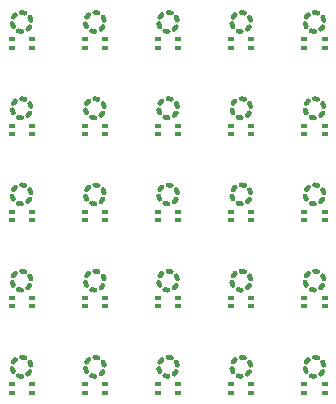
<source format=gtp>
G04 #@! TF.GenerationSoftware,KiCad,Pcbnew,5.0.2-bee76a0~70~ubuntu18.04.1*
G04 #@! TF.CreationDate,2018-12-05T20:22:07+01:00*
G04 #@! TF.ProjectId,noname,6e6f6e61-6d65-42e6-9b69-6361645f7063,rev?*
G04 #@! TF.SameCoordinates,Original*
G04 #@! TF.FileFunction,Paste,Top*
G04 #@! TF.FilePolarity,Positive*
%FSLAX46Y46*%
G04 Gerber Fmt 4.6, Leading zero omitted, Abs format (unit mm)*
G04 Created by KiCad (PCBNEW 5.0.2-bee76a0~70~ubuntu18.04.1) date Wed 05 Dec 2018 20:22:07 CET*
%MOMM*%
%LPD*%
G01*
G04 APERTURE LIST*
%ADD10C,0.450000*%
%ADD11R,0.597600X0.297600*%
G04 APERTURE END LIST*
D10*
G04 #@! TO.C,U2*
X136624674Y-122576453D02*
G75*
G03X136900000Y-122625000I275326J756453D01*
G01*
X137417444Y-122436666D02*
G75*
G03X137597150Y-122222500I-517444J616666D01*
G01*
X137692770Y-121680213D02*
G75*
G03X137597150Y-121417500I-792770J-139787D01*
G01*
X137175326Y-121063547D02*
G75*
G03X136900000Y-121015000I-275326J-756453D01*
G01*
X136382556Y-121203334D02*
G75*
G03X136202850Y-121417500I517444J-616666D01*
G01*
X136107230Y-121959787D02*
G75*
G03X136202850Y-122222500I792770J139787D01*
G01*
X130424674Y-122576453D02*
G75*
G03X130700000Y-122625000I275326J756453D01*
G01*
X131217444Y-122436666D02*
G75*
G03X131397150Y-122222500I-517444J616666D01*
G01*
X131492770Y-121680213D02*
G75*
G03X131397150Y-121417500I-792770J-139787D01*
G01*
X130975326Y-121063547D02*
G75*
G03X130700000Y-121015000I-275326J-756453D01*
G01*
X130182556Y-121203334D02*
G75*
G03X130002850Y-121417500I517444J-616666D01*
G01*
X129907230Y-121959787D02*
G75*
G03X130002850Y-122222500I792770J139787D01*
G01*
X124224674Y-122576453D02*
G75*
G03X124500000Y-122625000I275326J756453D01*
G01*
X125017444Y-122436666D02*
G75*
G03X125197150Y-122222500I-517444J616666D01*
G01*
X125292770Y-121680213D02*
G75*
G03X125197150Y-121417500I-792770J-139787D01*
G01*
X124775326Y-121063547D02*
G75*
G03X124500000Y-121015000I-275326J-756453D01*
G01*
X123982556Y-121203334D02*
G75*
G03X123802850Y-121417500I517444J-616666D01*
G01*
X123707230Y-121959787D02*
G75*
G03X123802850Y-122222500I792770J139787D01*
G01*
X118024674Y-122576453D02*
G75*
G03X118300000Y-122625000I275326J756453D01*
G01*
X118817444Y-122436666D02*
G75*
G03X118997150Y-122222500I-517444J616666D01*
G01*
X119092770Y-121680213D02*
G75*
G03X118997150Y-121417500I-792770J-139787D01*
G01*
X118575326Y-121063547D02*
G75*
G03X118300000Y-121015000I-275326J-756453D01*
G01*
X117782556Y-121203334D02*
G75*
G03X117602850Y-121417500I517444J-616666D01*
G01*
X117507230Y-121959787D02*
G75*
G03X117602850Y-122222500I792770J139787D01*
G01*
X111307230Y-121959787D02*
G75*
G03X111402850Y-122222500I792770J139787D01*
G01*
X111582556Y-121203334D02*
G75*
G03X111402850Y-121417500I517444J-616666D01*
G01*
X112375326Y-121063547D02*
G75*
G03X112100000Y-121015000I-275326J-756453D01*
G01*
X112892770Y-121680213D02*
G75*
G03X112797150Y-121417500I-792770J-139787D01*
G01*
X112617444Y-122436666D02*
G75*
G03X112797150Y-122222500I-517444J616666D01*
G01*
X111824674Y-122576453D02*
G75*
G03X112100000Y-122625000I275326J756453D01*
G01*
X136624674Y-115276453D02*
G75*
G03X136900000Y-115325000I275326J756453D01*
G01*
X137417444Y-115136666D02*
G75*
G03X137597150Y-114922500I-517444J616666D01*
G01*
X137692770Y-114380213D02*
G75*
G03X137597150Y-114117500I-792770J-139787D01*
G01*
X137175326Y-113763547D02*
G75*
G03X136900000Y-113715000I-275326J-756453D01*
G01*
X136382556Y-113903334D02*
G75*
G03X136202850Y-114117500I517444J-616666D01*
G01*
X136107230Y-114659787D02*
G75*
G03X136202850Y-114922500I792770J139787D01*
G01*
X130424674Y-115276453D02*
G75*
G03X130700000Y-115325000I275326J756453D01*
G01*
X131217444Y-115136666D02*
G75*
G03X131397150Y-114922500I-517444J616666D01*
G01*
X131492770Y-114380213D02*
G75*
G03X131397150Y-114117500I-792770J-139787D01*
G01*
X130975326Y-113763547D02*
G75*
G03X130700000Y-113715000I-275326J-756453D01*
G01*
X130182556Y-113903334D02*
G75*
G03X130002850Y-114117500I517444J-616666D01*
G01*
X129907230Y-114659787D02*
G75*
G03X130002850Y-114922500I792770J139787D01*
G01*
X124224674Y-115276453D02*
G75*
G03X124500000Y-115325000I275326J756453D01*
G01*
X125017444Y-115136666D02*
G75*
G03X125197150Y-114922500I-517444J616666D01*
G01*
X125292770Y-114380213D02*
G75*
G03X125197150Y-114117500I-792770J-139787D01*
G01*
X124775326Y-113763547D02*
G75*
G03X124500000Y-113715000I-275326J-756453D01*
G01*
X123982556Y-113903334D02*
G75*
G03X123802850Y-114117500I517444J-616666D01*
G01*
X123707230Y-114659787D02*
G75*
G03X123802850Y-114922500I792770J139787D01*
G01*
X118024674Y-115276453D02*
G75*
G03X118300000Y-115325000I275326J756453D01*
G01*
X118817444Y-115136666D02*
G75*
G03X118997150Y-114922500I-517444J616666D01*
G01*
X119092770Y-114380213D02*
G75*
G03X118997150Y-114117500I-792770J-139787D01*
G01*
X118575326Y-113763547D02*
G75*
G03X118300000Y-113715000I-275326J-756453D01*
G01*
X117782556Y-113903334D02*
G75*
G03X117602850Y-114117500I517444J-616666D01*
G01*
X117507230Y-114659787D02*
G75*
G03X117602850Y-114922500I792770J139787D01*
G01*
X111824674Y-115276453D02*
G75*
G03X112100000Y-115325000I275326J756453D01*
G01*
X112617444Y-115136666D02*
G75*
G03X112797150Y-114922500I-517444J616666D01*
G01*
X112892770Y-114380213D02*
G75*
G03X112797150Y-114117500I-792770J-139787D01*
G01*
X112375326Y-113763547D02*
G75*
G03X112100000Y-113715000I-275326J-756453D01*
G01*
X111582556Y-113903334D02*
G75*
G03X111402850Y-114117500I517444J-616666D01*
G01*
X111307230Y-114659787D02*
G75*
G03X111402850Y-114922500I792770J139787D01*
G01*
X136624674Y-107976453D02*
G75*
G03X136900000Y-108025000I275326J756453D01*
G01*
X137417444Y-107836666D02*
G75*
G03X137597150Y-107622500I-517444J616666D01*
G01*
X137692770Y-107080213D02*
G75*
G03X137597150Y-106817500I-792770J-139787D01*
G01*
X137175326Y-106463547D02*
G75*
G03X136900000Y-106415000I-275326J-756453D01*
G01*
X136382556Y-106603334D02*
G75*
G03X136202850Y-106817500I517444J-616666D01*
G01*
X136107230Y-107359787D02*
G75*
G03X136202850Y-107622500I792770J139787D01*
G01*
X130424674Y-107976453D02*
G75*
G03X130700000Y-108025000I275326J756453D01*
G01*
X131217444Y-107836666D02*
G75*
G03X131397150Y-107622500I-517444J616666D01*
G01*
X131492770Y-107080213D02*
G75*
G03X131397150Y-106817500I-792770J-139787D01*
G01*
X130975326Y-106463547D02*
G75*
G03X130700000Y-106415000I-275326J-756453D01*
G01*
X130182556Y-106603334D02*
G75*
G03X130002850Y-106817500I517444J-616666D01*
G01*
X129907230Y-107359787D02*
G75*
G03X130002850Y-107622500I792770J139787D01*
G01*
X124224674Y-107976453D02*
G75*
G03X124500000Y-108025000I275326J756453D01*
G01*
X125017444Y-107836666D02*
G75*
G03X125197150Y-107622500I-517444J616666D01*
G01*
X125292770Y-107080213D02*
G75*
G03X125197150Y-106817500I-792770J-139787D01*
G01*
X124775326Y-106463547D02*
G75*
G03X124500000Y-106415000I-275326J-756453D01*
G01*
X123982556Y-106603334D02*
G75*
G03X123802850Y-106817500I517444J-616666D01*
G01*
X123707230Y-107359787D02*
G75*
G03X123802850Y-107622500I792770J139787D01*
G01*
X118024674Y-107976453D02*
G75*
G03X118300000Y-108025000I275326J756453D01*
G01*
X118817444Y-107836666D02*
G75*
G03X118997150Y-107622500I-517444J616666D01*
G01*
X119092770Y-107080213D02*
G75*
G03X118997150Y-106817500I-792770J-139787D01*
G01*
X118575326Y-106463547D02*
G75*
G03X118300000Y-106415000I-275326J-756453D01*
G01*
X117782556Y-106603334D02*
G75*
G03X117602850Y-106817500I517444J-616666D01*
G01*
X117507230Y-107359787D02*
G75*
G03X117602850Y-107622500I792770J139787D01*
G01*
X111824674Y-107976453D02*
G75*
G03X112100000Y-108025000I275326J756453D01*
G01*
X112617444Y-107836666D02*
G75*
G03X112797150Y-107622500I-517444J616666D01*
G01*
X112892770Y-107080213D02*
G75*
G03X112797150Y-106817500I-792770J-139787D01*
G01*
X112375326Y-106463547D02*
G75*
G03X112100000Y-106415000I-275326J-756453D01*
G01*
X111582556Y-106603334D02*
G75*
G03X111402850Y-106817500I517444J-616666D01*
G01*
X111307230Y-107359787D02*
G75*
G03X111402850Y-107622500I792770J139787D01*
G01*
X136624674Y-100676453D02*
G75*
G03X136900000Y-100725000I275326J756453D01*
G01*
X137417444Y-100536666D02*
G75*
G03X137597150Y-100322500I-517444J616666D01*
G01*
X137692770Y-99780213D02*
G75*
G03X137597150Y-99517500I-792770J-139787D01*
G01*
X137175326Y-99163547D02*
G75*
G03X136900000Y-99115000I-275326J-756453D01*
G01*
X136382556Y-99303334D02*
G75*
G03X136202850Y-99517500I517444J-616666D01*
G01*
X136107230Y-100059787D02*
G75*
G03X136202850Y-100322500I792770J139787D01*
G01*
X130424674Y-100676453D02*
G75*
G03X130700000Y-100725000I275326J756453D01*
G01*
X131217444Y-100536666D02*
G75*
G03X131397150Y-100322500I-517444J616666D01*
G01*
X131492770Y-99780213D02*
G75*
G03X131397150Y-99517500I-792770J-139787D01*
G01*
X130975326Y-99163547D02*
G75*
G03X130700000Y-99115000I-275326J-756453D01*
G01*
X130182556Y-99303334D02*
G75*
G03X130002850Y-99517500I517444J-616666D01*
G01*
X129907230Y-100059787D02*
G75*
G03X130002850Y-100322500I792770J139787D01*
G01*
X124224674Y-100676453D02*
G75*
G03X124500000Y-100725000I275326J756453D01*
G01*
X125017444Y-100536666D02*
G75*
G03X125197150Y-100322500I-517444J616666D01*
G01*
X125292770Y-99780213D02*
G75*
G03X125197150Y-99517500I-792770J-139787D01*
G01*
X124775326Y-99163547D02*
G75*
G03X124500000Y-99115000I-275326J-756453D01*
G01*
X123982556Y-99303334D02*
G75*
G03X123802850Y-99517500I517444J-616666D01*
G01*
X123707230Y-100059787D02*
G75*
G03X123802850Y-100322500I792770J139787D01*
G01*
X118024674Y-100676453D02*
G75*
G03X118300000Y-100725000I275326J756453D01*
G01*
X118817444Y-100536666D02*
G75*
G03X118997150Y-100322500I-517444J616666D01*
G01*
X119092770Y-99780213D02*
G75*
G03X118997150Y-99517500I-792770J-139787D01*
G01*
X118575326Y-99163547D02*
G75*
G03X118300000Y-99115000I-275326J-756453D01*
G01*
X117782556Y-99303334D02*
G75*
G03X117602850Y-99517500I517444J-616666D01*
G01*
X117507230Y-100059787D02*
G75*
G03X117602850Y-100322500I792770J139787D01*
G01*
X111824674Y-100676453D02*
G75*
G03X112100000Y-100725000I275326J756453D01*
G01*
X112617444Y-100536666D02*
G75*
G03X112797150Y-100322500I-517444J616666D01*
G01*
X112892770Y-99780213D02*
G75*
G03X112797150Y-99517500I-792770J-139787D01*
G01*
X112375326Y-99163547D02*
G75*
G03X112100000Y-99115000I-275326J-756453D01*
G01*
X111582556Y-99303334D02*
G75*
G03X111402850Y-99517500I517444J-616666D01*
G01*
X111307230Y-100059787D02*
G75*
G03X111402850Y-100322500I792770J139787D01*
G01*
X136624674Y-93376453D02*
G75*
G03X136900000Y-93425000I275326J756453D01*
G01*
X137417444Y-93236666D02*
G75*
G03X137597150Y-93022500I-517444J616666D01*
G01*
X137692770Y-92480213D02*
G75*
G03X137597150Y-92217500I-792770J-139787D01*
G01*
X137175326Y-91863547D02*
G75*
G03X136900000Y-91815000I-275326J-756453D01*
G01*
X136382556Y-92003334D02*
G75*
G03X136202850Y-92217500I517444J-616666D01*
G01*
X136107230Y-92759787D02*
G75*
G03X136202850Y-93022500I792770J139787D01*
G01*
X130424674Y-93376453D02*
G75*
G03X130700000Y-93425000I275326J756453D01*
G01*
X131217444Y-93236666D02*
G75*
G03X131397150Y-93022500I-517444J616666D01*
G01*
X131492770Y-92480213D02*
G75*
G03X131397150Y-92217500I-792770J-139787D01*
G01*
X130975326Y-91863547D02*
G75*
G03X130700000Y-91815000I-275326J-756453D01*
G01*
X130182556Y-92003334D02*
G75*
G03X130002850Y-92217500I517444J-616666D01*
G01*
X129907230Y-92759787D02*
G75*
G03X130002850Y-93022500I792770J139787D01*
G01*
X124224674Y-93376453D02*
G75*
G03X124500000Y-93425000I275326J756453D01*
G01*
X125017444Y-93236666D02*
G75*
G03X125197150Y-93022500I-517444J616666D01*
G01*
X125292770Y-92480213D02*
G75*
G03X125197150Y-92217500I-792770J-139787D01*
G01*
X124775326Y-91863547D02*
G75*
G03X124500000Y-91815000I-275326J-756453D01*
G01*
X123982556Y-92003334D02*
G75*
G03X123802850Y-92217500I517444J-616666D01*
G01*
X123707230Y-92759787D02*
G75*
G03X123802850Y-93022500I792770J139787D01*
G01*
X118024674Y-93376453D02*
G75*
G03X118300000Y-93425000I275326J756453D01*
G01*
X118817444Y-93236666D02*
G75*
G03X118997150Y-93022500I-517444J616666D01*
G01*
X119092770Y-92480213D02*
G75*
G03X118997150Y-92217500I-792770J-139787D01*
G01*
X118575326Y-91863547D02*
G75*
G03X118300000Y-91815000I-275326J-756453D01*
G01*
X117782556Y-92003334D02*
G75*
G03X117602850Y-92217500I517444J-616666D01*
G01*
X117507230Y-92759787D02*
G75*
G03X117602850Y-93022500I792770J139787D01*
G01*
X111307230Y-92759787D02*
G75*
G03X111402850Y-93022500I792770J139787D01*
G01*
X111582556Y-92003334D02*
G75*
G03X111402850Y-92217500I517444J-616666D01*
G01*
X112375326Y-91863547D02*
G75*
G03X112100000Y-91815000I-275326J-756453D01*
G01*
X112892770Y-92480213D02*
G75*
G03X112797150Y-92217500I-792770J-139787D01*
G01*
X112617444Y-93236666D02*
G75*
G03X112797150Y-93022500I-517444J616666D01*
G01*
X111824674Y-93376453D02*
G75*
G03X112100000Y-93425000I275326J756453D01*
G01*
G04 #@! TD*
D11*
G04 #@! TO.C,U2*
X136050000Y-124000000D03*
X137750000Y-124000000D03*
X137750000Y-123300000D03*
X136050000Y-123300000D03*
G04 #@! TD*
G04 #@! TO.C,U2*
X129850000Y-124000000D03*
X131550000Y-124000000D03*
X131550000Y-123300000D03*
X129850000Y-123300000D03*
G04 #@! TD*
G04 #@! TO.C,U2*
X123650000Y-124000000D03*
X125350000Y-124000000D03*
X125350000Y-123300000D03*
X123650000Y-123300000D03*
G04 #@! TD*
G04 #@! TO.C,U2*
X117450000Y-124000000D03*
X119150000Y-124000000D03*
X119150000Y-123300000D03*
X117450000Y-123300000D03*
G04 #@! TD*
G04 #@! TO.C,U2*
X111250000Y-123300000D03*
X112950000Y-123300000D03*
X112950000Y-124000000D03*
X111250000Y-124000000D03*
G04 #@! TD*
G04 #@! TO.C,U2*
X136050000Y-116700000D03*
X137750000Y-116700000D03*
X137750000Y-116000000D03*
X136050000Y-116000000D03*
G04 #@! TD*
G04 #@! TO.C,U2*
X129850000Y-116700000D03*
X131550000Y-116700000D03*
X131550000Y-116000000D03*
X129850000Y-116000000D03*
G04 #@! TD*
G04 #@! TO.C,U2*
X123650000Y-116700000D03*
X125350000Y-116700000D03*
X125350000Y-116000000D03*
X123650000Y-116000000D03*
G04 #@! TD*
G04 #@! TO.C,U2*
X117450000Y-116700000D03*
X119150000Y-116700000D03*
X119150000Y-116000000D03*
X117450000Y-116000000D03*
G04 #@! TD*
G04 #@! TO.C,U2*
X111250000Y-116700000D03*
X112950000Y-116700000D03*
X112950000Y-116000000D03*
X111250000Y-116000000D03*
G04 #@! TD*
G04 #@! TO.C,U2*
X136050000Y-109400000D03*
X137750000Y-109400000D03*
X137750000Y-108700000D03*
X136050000Y-108700000D03*
G04 #@! TD*
G04 #@! TO.C,U2*
X129850000Y-109400000D03*
X131550000Y-109400000D03*
X131550000Y-108700000D03*
X129850000Y-108700000D03*
G04 #@! TD*
G04 #@! TO.C,U2*
X123650000Y-109400000D03*
X125350000Y-109400000D03*
X125350000Y-108700000D03*
X123650000Y-108700000D03*
G04 #@! TD*
G04 #@! TO.C,U2*
X117450000Y-109400000D03*
X119150000Y-109400000D03*
X119150000Y-108700000D03*
X117450000Y-108700000D03*
G04 #@! TD*
G04 #@! TO.C,U2*
X111250000Y-109400000D03*
X112950000Y-109400000D03*
X112950000Y-108700000D03*
X111250000Y-108700000D03*
G04 #@! TD*
G04 #@! TO.C,U2*
X136050000Y-102100000D03*
X137750000Y-102100000D03*
X137750000Y-101400000D03*
X136050000Y-101400000D03*
G04 #@! TD*
G04 #@! TO.C,U2*
X129850000Y-102100000D03*
X131550000Y-102100000D03*
X131550000Y-101400000D03*
X129850000Y-101400000D03*
G04 #@! TD*
G04 #@! TO.C,U2*
X123650000Y-102100000D03*
X125350000Y-102100000D03*
X125350000Y-101400000D03*
X123650000Y-101400000D03*
G04 #@! TD*
G04 #@! TO.C,U2*
X117450000Y-102100000D03*
X119150000Y-102100000D03*
X119150000Y-101400000D03*
X117450000Y-101400000D03*
G04 #@! TD*
G04 #@! TO.C,U2*
X111250000Y-102100000D03*
X112950000Y-102100000D03*
X112950000Y-101400000D03*
X111250000Y-101400000D03*
G04 #@! TD*
G04 #@! TO.C,U2*
X136050000Y-94800000D03*
X137750000Y-94800000D03*
X137750000Y-94100000D03*
X136050000Y-94100000D03*
G04 #@! TD*
G04 #@! TO.C,U2*
X129850000Y-94800000D03*
X131550000Y-94800000D03*
X131550000Y-94100000D03*
X129850000Y-94100000D03*
G04 #@! TD*
G04 #@! TO.C,U2*
X123650000Y-94800000D03*
X125350000Y-94800000D03*
X125350000Y-94100000D03*
X123650000Y-94100000D03*
G04 #@! TD*
G04 #@! TO.C,U2*
X117450000Y-94800000D03*
X119150000Y-94800000D03*
X119150000Y-94100000D03*
X117450000Y-94100000D03*
G04 #@! TD*
G04 #@! TO.C,U2*
X111250000Y-94100000D03*
X112950000Y-94100000D03*
X112950000Y-94800000D03*
X111250000Y-94800000D03*
G04 #@! TD*
M02*

</source>
